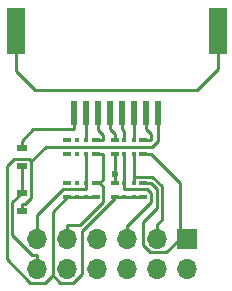
<source format=gtl>
G04 #@! TF.FileFunction,Copper,L1,Top,Signal*
%FSLAX46Y46*%
G04 Gerber Fmt 4.6, Leading zero omitted, Abs format (unit mm)*
G04 Created by KiCad (PCBNEW 4.0.4-stable) date 05/23/17 22:39:58*
%MOMM*%
%LPD*%
G01*
G04 APERTURE LIST*
%ADD10C,0.100000*%
%ADD11R,1.500000X4.000000*%
%ADD12C,0.900000*%
%ADD13R,0.600000X2.100000*%
%ADD14R,0.900000X0.500000*%
%ADD15R,0.650000X0.400000*%
%ADD16R,0.450000X0.400000*%
%ADD17R,1.700000X1.700000*%
%ADD18O,1.700000X1.700000*%
%ADD19C,0.600000*%
%ADD20C,0.250000*%
G04 APERTURE END LIST*
D10*
D11*
X18349500Y21660500D03*
D12*
X18349500Y21660500D03*
D13*
X6149500Y14680500D03*
X7169500Y14680500D03*
X8189500Y14680500D03*
X9209500Y14680500D03*
X10229500Y14680500D03*
X11249500Y14680500D03*
X12269500Y14680500D03*
X13289500Y14680500D03*
D12*
X1249500Y21660500D03*
D11*
X1249500Y21660500D03*
D14*
X1714500Y11735500D03*
X1714500Y10235500D03*
X1714500Y7925500D03*
X1714500Y6425500D03*
D15*
X9594500Y12410500D03*
X9594500Y11210500D03*
X11994500Y12410500D03*
X11994500Y11210500D03*
D16*
X10394500Y12410500D03*
X11194500Y12410500D03*
X11194500Y11210500D03*
X10394500Y11210500D03*
D15*
X9594500Y8791500D03*
X9594500Y7591500D03*
X11994500Y8791500D03*
X11994500Y7591500D03*
D16*
X10394500Y8791500D03*
X11194500Y8791500D03*
X11194500Y7591500D03*
X10394500Y7591500D03*
D15*
X5594500Y12410500D03*
X5594500Y11210500D03*
X7994500Y12410500D03*
X7994500Y11210500D03*
D16*
X6394500Y12410500D03*
X7194500Y12410500D03*
X7194500Y11210500D03*
X6394500Y11210500D03*
D15*
X5594500Y8791500D03*
X5594500Y7591500D03*
X7994500Y8791500D03*
X7994500Y7591500D03*
D16*
X6394500Y8791500D03*
X7194500Y8791500D03*
X7194500Y7591500D03*
X6394500Y7591500D03*
D17*
X15684500Y4064500D03*
D18*
X15684500Y1524500D03*
X13144500Y4064500D03*
X13144500Y1524500D03*
X10604500Y4064500D03*
X10604500Y1524500D03*
X8064500Y4064500D03*
X8064500Y1524500D03*
X5524500Y4064500D03*
X5524500Y1524500D03*
X2984500Y4064500D03*
X2984500Y1524500D03*
D19*
X9594500Y9496100D03*
D20*
X18349500Y18378400D02*
X18349500Y21660500D01*
X16573400Y16602300D02*
X18349500Y18378400D01*
X2859000Y16602300D02*
X16573400Y16602300D01*
X1249500Y18211800D02*
X2859000Y16602300D01*
X1249500Y21660500D02*
X1249500Y18211800D01*
X2708900Y13305200D02*
X6149500Y13305200D01*
X1714500Y12310800D02*
X2708900Y13305200D01*
X6149500Y14680500D02*
X6149500Y13305200D01*
X1714500Y11735500D02*
X1714500Y12310800D01*
X7194500Y13280200D02*
X7169500Y13305200D01*
X7194500Y12410500D02*
X7194500Y13280200D01*
X7169500Y14680500D02*
X7169500Y13305200D01*
X8189500Y13277200D02*
X8189500Y14680500D01*
X8644800Y12821900D02*
X8189500Y13277200D01*
X8644800Y12410500D02*
X8644800Y12821900D01*
X7994500Y12410500D02*
X8644800Y12410500D01*
X9594500Y12920200D02*
X9209500Y13305200D01*
X9594500Y12410500D02*
X9594500Y12920200D01*
X9209500Y14680500D02*
X9209500Y13305200D01*
X10394500Y13140200D02*
X10229500Y13305200D01*
X10394500Y12410500D02*
X10394500Y13140200D01*
X10229500Y14680500D02*
X10229500Y13305200D01*
X11194500Y13250200D02*
X11249500Y13305200D01*
X11194500Y12410500D02*
X11194500Y13250200D01*
X11249500Y14680500D02*
X11249500Y13305200D01*
X12644800Y12929900D02*
X12269500Y13305200D01*
X12644800Y12410500D02*
X12644800Y12929900D01*
X11994500Y12410500D02*
X12644800Y12410500D01*
X12269500Y14680500D02*
X12269500Y13305200D01*
X7194500Y7591500D02*
X7994500Y7591500D01*
X7194500Y7591500D02*
X6394500Y7591500D01*
X6394500Y7591500D02*
X5594500Y7591500D01*
X11194500Y7591500D02*
X11994500Y7591500D01*
X10394500Y7591500D02*
X11194500Y7591500D01*
X10394500Y7591500D02*
X9844200Y7591500D01*
X9594500Y7591500D02*
X9844200Y7591500D01*
X4343600Y6340600D02*
X4343600Y972500D01*
X5594500Y7591500D02*
X4343600Y6340600D01*
X9594500Y7477800D02*
X9594500Y7591500D01*
X6794500Y4677800D02*
X9594500Y7477800D01*
X6794500Y1075400D02*
X6794500Y4677800D01*
X6055000Y335900D02*
X6794500Y1075400D01*
X4980200Y335900D02*
X6055000Y335900D01*
X4343600Y972500D02*
X4980200Y335900D01*
X1714500Y6425500D02*
X1714500Y7000800D01*
X13289500Y12348800D02*
X13289500Y14680500D01*
X12751200Y11810500D02*
X13289500Y12348800D01*
X3753700Y11810500D02*
X12751200Y11810500D01*
X2534100Y10590900D02*
X3753700Y11810500D01*
X2314100Y10810900D02*
X2534100Y10590900D01*
X1083800Y10810900D02*
X2314100Y10810900D01*
X481000Y10208100D02*
X1083800Y10810900D01*
X481000Y2295400D02*
X481000Y10208100D01*
X2440500Y335900D02*
X481000Y2295400D01*
X3707000Y335900D02*
X2440500Y335900D01*
X4343600Y972500D02*
X3707000Y335900D01*
X2002100Y7000800D02*
X1714500Y7000800D01*
X2534100Y7532800D02*
X2002100Y7000800D01*
X2534100Y10590900D02*
X2534100Y7532800D01*
X15684500Y4064500D02*
X15096900Y4064500D01*
X11994500Y11210500D02*
X12644800Y11210500D01*
X15096900Y8758400D02*
X15096900Y4064500D01*
X12644800Y11210500D02*
X15096900Y8758400D01*
X13144500Y8291800D02*
X12644800Y8791500D01*
X13144500Y6640400D02*
X13144500Y8291800D01*
X11967500Y5463400D02*
X13144500Y6640400D01*
X11967500Y3540500D02*
X11967500Y5463400D01*
X12618900Y2889100D02*
X11967500Y3540500D01*
X13921500Y2889100D02*
X12618900Y2889100D01*
X15096900Y4064500D02*
X13921500Y2889100D01*
X11994500Y8791500D02*
X12644800Y8791500D01*
X1714500Y7925500D02*
X1714500Y10235500D01*
X939100Y7150100D02*
X1714500Y7925500D01*
X939100Y4377900D02*
X939100Y7150100D01*
X2617200Y2699800D02*
X939100Y4377900D01*
X2984500Y2699800D02*
X2617200Y2699800D01*
X2984500Y1524500D02*
X2984500Y2699800D01*
X11194500Y8791500D02*
X11194500Y9316800D01*
X11194500Y9316800D02*
X11194500Y11210500D01*
X12759000Y9316800D02*
X11194500Y9316800D01*
X13594800Y8481000D02*
X12759000Y9316800D01*
X13594800Y5690100D02*
X13594800Y8481000D01*
X13144500Y5239800D02*
X13594800Y5690100D01*
X13144500Y4064500D02*
X13144500Y5239800D01*
X10394500Y8791500D02*
X10394500Y11210500D01*
X12328200Y8266200D02*
X10394500Y8266200D01*
X12644900Y7949500D02*
X12328200Y8266200D01*
X12644900Y7154600D02*
X12644900Y7949500D01*
X10730100Y5239800D02*
X12644900Y7154600D01*
X10604500Y5239800D02*
X10730100Y5239800D01*
X10604500Y4064500D02*
X10604500Y5239800D01*
X10394500Y8791500D02*
X10394500Y8266200D01*
X9594500Y8791500D02*
X9594500Y9496100D01*
X9594500Y9496100D02*
X9594500Y11210500D01*
X7994500Y8791500D02*
X8319700Y8791500D01*
X8644800Y9116600D02*
X8644800Y11210500D01*
X8319700Y8791500D02*
X8644800Y9116600D01*
X7994500Y11210500D02*
X8644800Y11210500D01*
X8644900Y8466300D02*
X8319700Y8791500D01*
X8644900Y7184900D02*
X8644900Y8466300D01*
X6699800Y5239800D02*
X8644900Y7184900D01*
X5524500Y5239800D02*
X6699800Y5239800D01*
X5524500Y4064500D02*
X5524500Y5239800D01*
X7194500Y8791500D02*
X7194500Y11210500D01*
X5232900Y8266200D02*
X7194500Y8266200D01*
X2984500Y6017800D02*
X5232900Y8266200D01*
X2984500Y4064500D02*
X2984500Y6017800D01*
X7194500Y8791500D02*
X7194500Y8266200D01*
M02*

</source>
